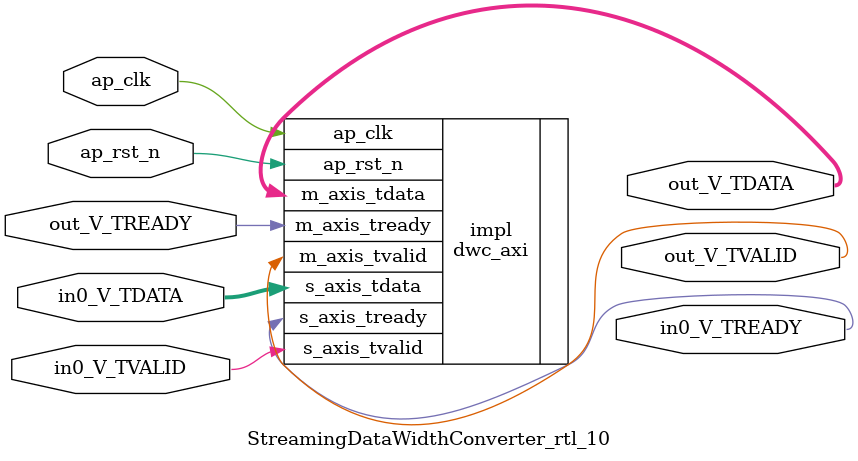
<source format=v>
/******************************************************************************
 * Copyright (C) 2023, Advanced Micro Devices, Inc.
 * All rights reserved.
 *
 * Redistribution and use in source and binary forms, with or without
 * modification, are permitted provided that the following conditions are met:
 *
 *  1. Redistributions of source code must retain the above copyright notice,
 *     this list of conditions and the following disclaimer.
 *
 *  2. Redistributions in binary form must reproduce the above copyright
 *     notice, this list of conditions and the following disclaimer in the
 *     documentation and/or other materials provided with the distribution.
 *
 *  3. Neither the name of the copyright holder nor the names of its
 *     contributors may be used to endorse or promote products derived from
 *     this software without specific prior written permission.
 *
 * THIS SOFTWARE IS PROVIDED BY THE COPYRIGHT HOLDERS AND CONTRIBUTORS "AS IS"
 * AND ANY EXPRESS OR IMPLIED WARRANTIES, INCLUDING, BUT NOT LIMITED TO,
 * THE IMPLIED WARRANTIES OF MERCHANTABILITY AND FITNESS FOR A PARTICULAR
 * PURPOSE ARE DISCLAIMED. IN NO EVENT SHALL THE COPYRIGHT HOLDER OR
 * CONTRIBUTORS BE LIABLE FOR ANY DIRECT, INDIRECT, INCIDENTAL, SPECIAL,
 * EXEMPLARY, OR CONSEQUENTIAL DAMAGES (INCLUDING, BUT NOT LIMITED TO,
 * PROCUREMENT OF SUBSTITUTE GOODS OR SERVICES; LOSS OF USE, DATA, OR PROFITS;
 * OR BUSINESS INTERRUPTION). HOWEVER CAUSED AND ON ANY THEORY OF LIABILITY,
 * WHETHER IN CONTRACT, STRICT LIABILITY, OR TORT (INCLUDING NEGLIGENCE OR
 * OTHERWISE) ARISING IN ANY WAY OUT OF THE USE OF THIS SOFTWARE, EVEN IF
 * ADVISED OF THE POSSIBILITY OF SUCH DAMAGE.
 *****************************************************************************/

module StreamingDataWidthConverter_rtl_10 #(
	parameter  IBITS = 5,
	parameter  OBITS = 40,

	parameter  AXI_IBITS = (IBITS+7)/8 * 8,
	parameter  AXI_OBITS = (OBITS+7)/8 * 8
)(
	//- Global Control ------------------
	(* X_INTERFACE_INFO = "xilinx.com:signal:clock:1.0 ap_clk CLK" *)
	(* X_INTERFACE_PARAMETER = "ASSOCIATED_BUSIF in0_V:out_V, ASSOCIATED_RESET ap_rst_n" *)
	input	ap_clk,
	(* X_INTERFACE_PARAMETER = "POLARITY ACTIVE_LOW" *)
	input	ap_rst_n,

	//- AXI Stream - Input --------------
	output	in0_V_TREADY,
	input	in0_V_TVALID,
	input	[AXI_IBITS-1:0]  in0_V_TDATA,

	//- AXI Stream - Output -------------
	input	out_V_TREADY,
	output	out_V_TVALID,
	output	[AXI_OBITS-1:0]  out_V_TDATA
);

	dwc_axi #(
		.IBITS(IBITS),
		.OBITS(OBITS)
	) impl (
		.ap_clk(ap_clk),
		.ap_rst_n(ap_rst_n),
		.s_axis_tready(in0_V_TREADY),
		.s_axis_tvalid(in0_V_TVALID),
		.s_axis_tdata(in0_V_TDATA),
		.m_axis_tready(out_V_TREADY),
		.m_axis_tvalid(out_V_TVALID),
		.m_axis_tdata(out_V_TDATA)
	);

endmodule

</source>
